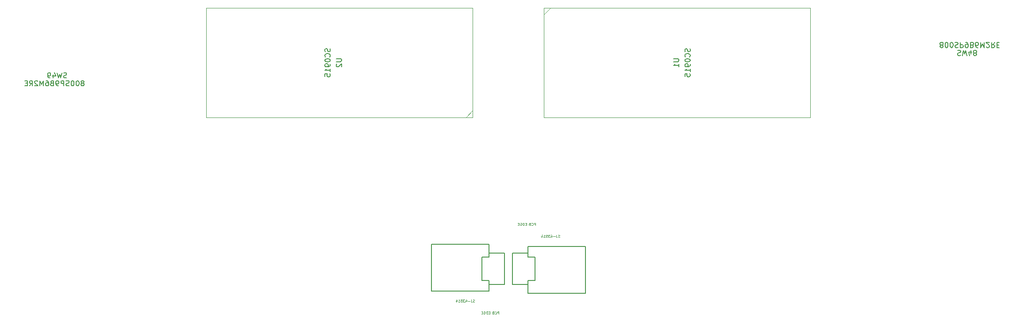
<source format=gbr>
%TF.GenerationSoftware,KiCad,Pcbnew,7.0.0-da2b9df05c~163~ubuntu22.04.1*%
%TF.CreationDate,2023-02-19T13:11:16+01:00*%
%TF.ProjectId,europe-ergo-smd,6575726f-7065-42d6-9572-676f2d736d64,rev?*%
%TF.SameCoordinates,Original*%
%TF.FileFunction,AssemblyDrawing,Bot*%
%FSLAX46Y46*%
G04 Gerber Fmt 4.6, Leading zero omitted, Abs format (unit mm)*
G04 Created by KiCad (PCBNEW 7.0.0-da2b9df05c~163~ubuntu22.04.1) date 2023-02-19 13:11:16*
%MOMM*%
%LPD*%
G01*
G04 APERTURE LIST*
%ADD10C,0.150000*%
%ADD11C,0.120211*%
%ADD12C,0.120069*%
%ADD13C,0.127000*%
%ADD14C,0.120000*%
G04 APERTURE END LIST*
D10*
%TO.C,SW48*%
X395089809Y-49394047D02*
X394994571Y-49441666D01*
X394994571Y-49441666D02*
X394946952Y-49489285D01*
X394946952Y-49489285D02*
X394899333Y-49584523D01*
X394899333Y-49584523D02*
X394899333Y-49632142D01*
X394899333Y-49632142D02*
X394946952Y-49727380D01*
X394946952Y-49727380D02*
X394994571Y-49775000D01*
X394994571Y-49775000D02*
X395089809Y-49822619D01*
X395089809Y-49822619D02*
X395280285Y-49822619D01*
X395280285Y-49822619D02*
X395375523Y-49775000D01*
X395375523Y-49775000D02*
X395423142Y-49727380D01*
X395423142Y-49727380D02*
X395470761Y-49632142D01*
X395470761Y-49632142D02*
X395470761Y-49584523D01*
X395470761Y-49584523D02*
X395423142Y-49489285D01*
X395423142Y-49489285D02*
X395375523Y-49441666D01*
X395375523Y-49441666D02*
X395280285Y-49394047D01*
X395280285Y-49394047D02*
X395089809Y-49394047D01*
X395089809Y-49394047D02*
X394994571Y-49346428D01*
X394994571Y-49346428D02*
X394946952Y-49298809D01*
X394946952Y-49298809D02*
X394899333Y-49203571D01*
X394899333Y-49203571D02*
X394899333Y-49013095D01*
X394899333Y-49013095D02*
X394946952Y-48917857D01*
X394946952Y-48917857D02*
X394994571Y-48870238D01*
X394994571Y-48870238D02*
X395089809Y-48822619D01*
X395089809Y-48822619D02*
X395280285Y-48822619D01*
X395280285Y-48822619D02*
X395375523Y-48870238D01*
X395375523Y-48870238D02*
X395423142Y-48917857D01*
X395423142Y-48917857D02*
X395470761Y-49013095D01*
X395470761Y-49013095D02*
X395470761Y-49203571D01*
X395470761Y-49203571D02*
X395423142Y-49298809D01*
X395423142Y-49298809D02*
X395375523Y-49346428D01*
X395375523Y-49346428D02*
X395280285Y-49394047D01*
X396089809Y-49822619D02*
X396185047Y-49822619D01*
X396185047Y-49822619D02*
X396280285Y-49775000D01*
X396280285Y-49775000D02*
X396327904Y-49727380D01*
X396327904Y-49727380D02*
X396375523Y-49632142D01*
X396375523Y-49632142D02*
X396423142Y-49441666D01*
X396423142Y-49441666D02*
X396423142Y-49203571D01*
X396423142Y-49203571D02*
X396375523Y-49013095D01*
X396375523Y-49013095D02*
X396327904Y-48917857D01*
X396327904Y-48917857D02*
X396280285Y-48870238D01*
X396280285Y-48870238D02*
X396185047Y-48822619D01*
X396185047Y-48822619D02*
X396089809Y-48822619D01*
X396089809Y-48822619D02*
X395994571Y-48870238D01*
X395994571Y-48870238D02*
X395946952Y-48917857D01*
X395946952Y-48917857D02*
X395899333Y-49013095D01*
X395899333Y-49013095D02*
X395851714Y-49203571D01*
X395851714Y-49203571D02*
X395851714Y-49441666D01*
X395851714Y-49441666D02*
X395899333Y-49632142D01*
X395899333Y-49632142D02*
X395946952Y-49727380D01*
X395946952Y-49727380D02*
X395994571Y-49775000D01*
X395994571Y-49775000D02*
X396089809Y-49822619D01*
X397042190Y-49822619D02*
X397137428Y-49822619D01*
X397137428Y-49822619D02*
X397232666Y-49775000D01*
X397232666Y-49775000D02*
X397280285Y-49727380D01*
X397280285Y-49727380D02*
X397327904Y-49632142D01*
X397327904Y-49632142D02*
X397375523Y-49441666D01*
X397375523Y-49441666D02*
X397375523Y-49203571D01*
X397375523Y-49203571D02*
X397327904Y-49013095D01*
X397327904Y-49013095D02*
X397280285Y-48917857D01*
X397280285Y-48917857D02*
X397232666Y-48870238D01*
X397232666Y-48870238D02*
X397137428Y-48822619D01*
X397137428Y-48822619D02*
X397042190Y-48822619D01*
X397042190Y-48822619D02*
X396946952Y-48870238D01*
X396946952Y-48870238D02*
X396899333Y-48917857D01*
X396899333Y-48917857D02*
X396851714Y-49013095D01*
X396851714Y-49013095D02*
X396804095Y-49203571D01*
X396804095Y-49203571D02*
X396804095Y-49441666D01*
X396804095Y-49441666D02*
X396851714Y-49632142D01*
X396851714Y-49632142D02*
X396899333Y-49727380D01*
X396899333Y-49727380D02*
X396946952Y-49775000D01*
X396946952Y-49775000D02*
X397042190Y-49822619D01*
X397756476Y-48870238D02*
X397899333Y-48822619D01*
X397899333Y-48822619D02*
X398137428Y-48822619D01*
X398137428Y-48822619D02*
X398232666Y-48870238D01*
X398232666Y-48870238D02*
X398280285Y-48917857D01*
X398280285Y-48917857D02*
X398327904Y-49013095D01*
X398327904Y-49013095D02*
X398327904Y-49108333D01*
X398327904Y-49108333D02*
X398280285Y-49203571D01*
X398280285Y-49203571D02*
X398232666Y-49251190D01*
X398232666Y-49251190D02*
X398137428Y-49298809D01*
X398137428Y-49298809D02*
X397946952Y-49346428D01*
X397946952Y-49346428D02*
X397851714Y-49394047D01*
X397851714Y-49394047D02*
X397804095Y-49441666D01*
X397804095Y-49441666D02*
X397756476Y-49536904D01*
X397756476Y-49536904D02*
X397756476Y-49632142D01*
X397756476Y-49632142D02*
X397804095Y-49727380D01*
X397804095Y-49727380D02*
X397851714Y-49775000D01*
X397851714Y-49775000D02*
X397946952Y-49822619D01*
X397946952Y-49822619D02*
X398185047Y-49822619D01*
X398185047Y-49822619D02*
X398327904Y-49775000D01*
X398756476Y-48822619D02*
X398756476Y-49822619D01*
X398756476Y-49822619D02*
X399137428Y-49822619D01*
X399137428Y-49822619D02*
X399232666Y-49775000D01*
X399232666Y-49775000D02*
X399280285Y-49727380D01*
X399280285Y-49727380D02*
X399327904Y-49632142D01*
X399327904Y-49632142D02*
X399327904Y-49489285D01*
X399327904Y-49489285D02*
X399280285Y-49394047D01*
X399280285Y-49394047D02*
X399232666Y-49346428D01*
X399232666Y-49346428D02*
X399137428Y-49298809D01*
X399137428Y-49298809D02*
X398756476Y-49298809D01*
X399804095Y-48822619D02*
X399994571Y-48822619D01*
X399994571Y-48822619D02*
X400089809Y-48870238D01*
X400089809Y-48870238D02*
X400137428Y-48917857D01*
X400137428Y-48917857D02*
X400232666Y-49060714D01*
X400232666Y-49060714D02*
X400280285Y-49251190D01*
X400280285Y-49251190D02*
X400280285Y-49632142D01*
X400280285Y-49632142D02*
X400232666Y-49727380D01*
X400232666Y-49727380D02*
X400185047Y-49775000D01*
X400185047Y-49775000D02*
X400089809Y-49822619D01*
X400089809Y-49822619D02*
X399899333Y-49822619D01*
X399899333Y-49822619D02*
X399804095Y-49775000D01*
X399804095Y-49775000D02*
X399756476Y-49727380D01*
X399756476Y-49727380D02*
X399708857Y-49632142D01*
X399708857Y-49632142D02*
X399708857Y-49394047D01*
X399708857Y-49394047D02*
X399756476Y-49298809D01*
X399756476Y-49298809D02*
X399804095Y-49251190D01*
X399804095Y-49251190D02*
X399899333Y-49203571D01*
X399899333Y-49203571D02*
X400089809Y-49203571D01*
X400089809Y-49203571D02*
X400185047Y-49251190D01*
X400185047Y-49251190D02*
X400232666Y-49298809D01*
X400232666Y-49298809D02*
X400280285Y-49394047D01*
X401042190Y-49346428D02*
X401185047Y-49298809D01*
X401185047Y-49298809D02*
X401232666Y-49251190D01*
X401232666Y-49251190D02*
X401280285Y-49155952D01*
X401280285Y-49155952D02*
X401280285Y-49013095D01*
X401280285Y-49013095D02*
X401232666Y-48917857D01*
X401232666Y-48917857D02*
X401185047Y-48870238D01*
X401185047Y-48870238D02*
X401089809Y-48822619D01*
X401089809Y-48822619D02*
X400708857Y-48822619D01*
X400708857Y-48822619D02*
X400708857Y-49822619D01*
X400708857Y-49822619D02*
X401042190Y-49822619D01*
X401042190Y-49822619D02*
X401137428Y-49775000D01*
X401137428Y-49775000D02*
X401185047Y-49727380D01*
X401185047Y-49727380D02*
X401232666Y-49632142D01*
X401232666Y-49632142D02*
X401232666Y-49536904D01*
X401232666Y-49536904D02*
X401185047Y-49441666D01*
X401185047Y-49441666D02*
X401137428Y-49394047D01*
X401137428Y-49394047D02*
X401042190Y-49346428D01*
X401042190Y-49346428D02*
X400708857Y-49346428D01*
X402137428Y-49822619D02*
X401946952Y-49822619D01*
X401946952Y-49822619D02*
X401851714Y-49775000D01*
X401851714Y-49775000D02*
X401804095Y-49727380D01*
X401804095Y-49727380D02*
X401708857Y-49584523D01*
X401708857Y-49584523D02*
X401661238Y-49394047D01*
X401661238Y-49394047D02*
X401661238Y-49013095D01*
X401661238Y-49013095D02*
X401708857Y-48917857D01*
X401708857Y-48917857D02*
X401756476Y-48870238D01*
X401756476Y-48870238D02*
X401851714Y-48822619D01*
X401851714Y-48822619D02*
X402042190Y-48822619D01*
X402042190Y-48822619D02*
X402137428Y-48870238D01*
X402137428Y-48870238D02*
X402185047Y-48917857D01*
X402185047Y-48917857D02*
X402232666Y-49013095D01*
X402232666Y-49013095D02*
X402232666Y-49251190D01*
X402232666Y-49251190D02*
X402185047Y-49346428D01*
X402185047Y-49346428D02*
X402137428Y-49394047D01*
X402137428Y-49394047D02*
X402042190Y-49441666D01*
X402042190Y-49441666D02*
X401851714Y-49441666D01*
X401851714Y-49441666D02*
X401756476Y-49394047D01*
X401756476Y-49394047D02*
X401708857Y-49346428D01*
X401708857Y-49346428D02*
X401661238Y-49251190D01*
X402661238Y-48822619D02*
X402661238Y-49822619D01*
X402661238Y-49822619D02*
X402994571Y-49108333D01*
X402994571Y-49108333D02*
X403327904Y-49822619D01*
X403327904Y-49822619D02*
X403327904Y-48822619D01*
X403756476Y-49727380D02*
X403804095Y-49775000D01*
X403804095Y-49775000D02*
X403899333Y-49822619D01*
X403899333Y-49822619D02*
X404137428Y-49822619D01*
X404137428Y-49822619D02*
X404232666Y-49775000D01*
X404232666Y-49775000D02*
X404280285Y-49727380D01*
X404280285Y-49727380D02*
X404327904Y-49632142D01*
X404327904Y-49632142D02*
X404327904Y-49536904D01*
X404327904Y-49536904D02*
X404280285Y-49394047D01*
X404280285Y-49394047D02*
X403708857Y-48822619D01*
X403708857Y-48822619D02*
X404327904Y-48822619D01*
X405327904Y-48822619D02*
X404994571Y-49298809D01*
X404756476Y-48822619D02*
X404756476Y-49822619D01*
X404756476Y-49822619D02*
X405137428Y-49822619D01*
X405137428Y-49822619D02*
X405232666Y-49775000D01*
X405232666Y-49775000D02*
X405280285Y-49727380D01*
X405280285Y-49727380D02*
X405327904Y-49632142D01*
X405327904Y-49632142D02*
X405327904Y-49489285D01*
X405327904Y-49489285D02*
X405280285Y-49394047D01*
X405280285Y-49394047D02*
X405232666Y-49346428D01*
X405232666Y-49346428D02*
X405137428Y-49298809D01*
X405137428Y-49298809D02*
X404756476Y-49298809D01*
X405756476Y-49346428D02*
X406089809Y-49346428D01*
X406232666Y-48822619D02*
X405756476Y-48822619D01*
X405756476Y-48822619D02*
X405756476Y-49822619D01*
X405756476Y-49822619D02*
X406232666Y-49822619D01*
X398248476Y-50394238D02*
X398391333Y-50346619D01*
X398391333Y-50346619D02*
X398629428Y-50346619D01*
X398629428Y-50346619D02*
X398724666Y-50394238D01*
X398724666Y-50394238D02*
X398772285Y-50441857D01*
X398772285Y-50441857D02*
X398819904Y-50537095D01*
X398819904Y-50537095D02*
X398819904Y-50632333D01*
X398819904Y-50632333D02*
X398772285Y-50727571D01*
X398772285Y-50727571D02*
X398724666Y-50775190D01*
X398724666Y-50775190D02*
X398629428Y-50822809D01*
X398629428Y-50822809D02*
X398438952Y-50870428D01*
X398438952Y-50870428D02*
X398343714Y-50918047D01*
X398343714Y-50918047D02*
X398296095Y-50965666D01*
X398296095Y-50965666D02*
X398248476Y-51060904D01*
X398248476Y-51060904D02*
X398248476Y-51156142D01*
X398248476Y-51156142D02*
X398296095Y-51251380D01*
X398296095Y-51251380D02*
X398343714Y-51299000D01*
X398343714Y-51299000D02*
X398438952Y-51346619D01*
X398438952Y-51346619D02*
X398677047Y-51346619D01*
X398677047Y-51346619D02*
X398819904Y-51299000D01*
X399153238Y-51346619D02*
X399391333Y-50346619D01*
X399391333Y-50346619D02*
X399581809Y-51060904D01*
X399581809Y-51060904D02*
X399772285Y-50346619D01*
X399772285Y-50346619D02*
X400010381Y-51346619D01*
X400819904Y-51013285D02*
X400819904Y-50346619D01*
X400581809Y-51394238D02*
X400343714Y-50679952D01*
X400343714Y-50679952D02*
X400962761Y-50679952D01*
X401486571Y-50918047D02*
X401391333Y-50965666D01*
X401391333Y-50965666D02*
X401343714Y-51013285D01*
X401343714Y-51013285D02*
X401296095Y-51108523D01*
X401296095Y-51108523D02*
X401296095Y-51156142D01*
X401296095Y-51156142D02*
X401343714Y-51251380D01*
X401343714Y-51251380D02*
X401391333Y-51299000D01*
X401391333Y-51299000D02*
X401486571Y-51346619D01*
X401486571Y-51346619D02*
X401677047Y-51346619D01*
X401677047Y-51346619D02*
X401772285Y-51299000D01*
X401772285Y-51299000D02*
X401819904Y-51251380D01*
X401819904Y-51251380D02*
X401867523Y-51156142D01*
X401867523Y-51156142D02*
X401867523Y-51108523D01*
X401867523Y-51108523D02*
X401819904Y-51013285D01*
X401819904Y-51013285D02*
X401772285Y-50965666D01*
X401772285Y-50965666D02*
X401677047Y-50918047D01*
X401677047Y-50918047D02*
X401486571Y-50918047D01*
X401486571Y-50918047D02*
X401391333Y-50870428D01*
X401391333Y-50870428D02*
X401343714Y-50822809D01*
X401343714Y-50822809D02*
X401296095Y-50727571D01*
X401296095Y-50727571D02*
X401296095Y-50537095D01*
X401296095Y-50537095D02*
X401343714Y-50441857D01*
X401343714Y-50441857D02*
X401391333Y-50394238D01*
X401391333Y-50394238D02*
X401486571Y-50346619D01*
X401486571Y-50346619D02*
X401677047Y-50346619D01*
X401677047Y-50346619D02*
X401772285Y-50394238D01*
X401772285Y-50394238D02*
X401819904Y-50441857D01*
X401819904Y-50441857D02*
X401867523Y-50537095D01*
X401867523Y-50537095D02*
X401867523Y-50727571D01*
X401867523Y-50727571D02*
X401819904Y-50822809D01*
X401819904Y-50822809D02*
X401772285Y-50870428D01*
X401772285Y-50870428D02*
X401677047Y-50918047D01*
D11*
%TO.C,J1*%
X322099524Y-86197662D02*
X322030832Y-86220559D01*
X322030832Y-86220559D02*
X321916346Y-86220559D01*
X321916346Y-86220559D02*
X321870551Y-86197662D01*
X321870551Y-86197662D02*
X321847654Y-86174765D01*
X321847654Y-86174765D02*
X321824756Y-86128970D01*
X321824756Y-86128970D02*
X321824756Y-86083175D01*
X321824756Y-86083175D02*
X321847654Y-86037381D01*
X321847654Y-86037381D02*
X321870551Y-86014483D01*
X321870551Y-86014483D02*
X321916346Y-85991586D01*
X321916346Y-85991586D02*
X322007935Y-85968689D01*
X322007935Y-85968689D02*
X322053730Y-85945791D01*
X322053730Y-85945791D02*
X322076627Y-85922894D01*
X322076627Y-85922894D02*
X322099524Y-85877099D01*
X322099524Y-85877099D02*
X322099524Y-85831305D01*
X322099524Y-85831305D02*
X322076627Y-85785510D01*
X322076627Y-85785510D02*
X322053730Y-85762613D01*
X322053730Y-85762613D02*
X322007935Y-85739715D01*
X322007935Y-85739715D02*
X321893448Y-85739715D01*
X321893448Y-85739715D02*
X321824756Y-85762613D01*
X321481296Y-85739715D02*
X321481296Y-86083175D01*
X321481296Y-86083175D02*
X321504193Y-86151867D01*
X321504193Y-86151867D02*
X321549988Y-86197662D01*
X321549988Y-86197662D02*
X321618680Y-86220559D01*
X321618680Y-86220559D02*
X321664475Y-86220559D01*
X321252323Y-86037381D02*
X320885966Y-86037381D01*
X320450916Y-85899997D02*
X320450916Y-86220559D01*
X320565403Y-85716818D02*
X320679889Y-86060278D01*
X320679889Y-86060278D02*
X320382224Y-86060278D01*
X320244840Y-85739715D02*
X319947174Y-85739715D01*
X319947174Y-85739715D02*
X320107456Y-85922894D01*
X320107456Y-85922894D02*
X320038764Y-85922894D01*
X320038764Y-85922894D02*
X319992969Y-85945791D01*
X319992969Y-85945791D02*
X319970072Y-85968689D01*
X319970072Y-85968689D02*
X319947174Y-86014483D01*
X319947174Y-86014483D02*
X319947174Y-86128970D01*
X319947174Y-86128970D02*
X319970072Y-86174765D01*
X319970072Y-86174765D02*
X319992969Y-86197662D01*
X319992969Y-86197662D02*
X320038764Y-86220559D01*
X320038764Y-86220559D02*
X320176148Y-86220559D01*
X320176148Y-86220559D02*
X320221942Y-86197662D01*
X320221942Y-86197662D02*
X320244840Y-86174765D01*
X319512125Y-85739715D02*
X319741098Y-85739715D01*
X319741098Y-85739715D02*
X319763995Y-85968689D01*
X319763995Y-85968689D02*
X319741098Y-85945791D01*
X319741098Y-85945791D02*
X319695303Y-85922894D01*
X319695303Y-85922894D02*
X319580817Y-85922894D01*
X319580817Y-85922894D02*
X319535022Y-85945791D01*
X319535022Y-85945791D02*
X319512125Y-85968689D01*
X319512125Y-85968689D02*
X319489227Y-86014483D01*
X319489227Y-86014483D02*
X319489227Y-86128970D01*
X319489227Y-86128970D02*
X319512125Y-86174765D01*
X319512125Y-86174765D02*
X319535022Y-86197662D01*
X319535022Y-86197662D02*
X319580817Y-86220559D01*
X319580817Y-86220559D02*
X319695303Y-86220559D01*
X319695303Y-86220559D02*
X319741098Y-86197662D01*
X319741098Y-86197662D02*
X319763995Y-86174765D01*
X319031280Y-86220559D02*
X319306048Y-86220559D01*
X319168664Y-86220559D02*
X319168664Y-85739715D01*
X319168664Y-85739715D02*
X319214459Y-85808407D01*
X319214459Y-85808407D02*
X319260254Y-85854202D01*
X319260254Y-85854202D02*
X319306048Y-85877099D01*
X318619128Y-85899997D02*
X318619128Y-86220559D01*
X318733615Y-85716818D02*
X318848101Y-86060278D01*
X318848101Y-86060278D02*
X318550436Y-86060278D01*
D12*
X317486639Y-83921544D02*
X317486639Y-83441267D01*
X317486639Y-83441267D02*
X317303676Y-83441267D01*
X317303676Y-83441267D02*
X317257936Y-83464138D01*
X317257936Y-83464138D02*
X317235065Y-83487008D01*
X317235065Y-83487008D02*
X317212195Y-83532749D01*
X317212195Y-83532749D02*
X317212195Y-83601360D01*
X317212195Y-83601360D02*
X317235065Y-83647100D01*
X317235065Y-83647100D02*
X317257936Y-83669971D01*
X317257936Y-83669971D02*
X317303676Y-83692841D01*
X317303676Y-83692841D02*
X317486639Y-83692841D01*
X316731918Y-83875804D02*
X316754788Y-83898674D01*
X316754788Y-83898674D02*
X316823399Y-83921544D01*
X316823399Y-83921544D02*
X316869140Y-83921544D01*
X316869140Y-83921544D02*
X316937751Y-83898674D01*
X316937751Y-83898674D02*
X316983492Y-83852933D01*
X316983492Y-83852933D02*
X317006362Y-83807193D01*
X317006362Y-83807193D02*
X317029232Y-83715711D01*
X317029232Y-83715711D02*
X317029232Y-83647100D01*
X317029232Y-83647100D02*
X317006362Y-83555619D01*
X317006362Y-83555619D02*
X316983492Y-83509878D01*
X316983492Y-83509878D02*
X316937751Y-83464138D01*
X316937751Y-83464138D02*
X316869140Y-83441267D01*
X316869140Y-83441267D02*
X316823399Y-83441267D01*
X316823399Y-83441267D02*
X316754788Y-83464138D01*
X316754788Y-83464138D02*
X316731918Y-83487008D01*
X316365993Y-83669971D02*
X316297382Y-83692841D01*
X316297382Y-83692841D02*
X316274511Y-83715711D01*
X316274511Y-83715711D02*
X316251641Y-83761452D01*
X316251641Y-83761452D02*
X316251641Y-83830063D01*
X316251641Y-83830063D02*
X316274511Y-83875804D01*
X316274511Y-83875804D02*
X316297382Y-83898674D01*
X316297382Y-83898674D02*
X316343122Y-83921544D01*
X316343122Y-83921544D02*
X316526085Y-83921544D01*
X316526085Y-83921544D02*
X316526085Y-83441267D01*
X316526085Y-83441267D02*
X316365993Y-83441267D01*
X316365993Y-83441267D02*
X316320252Y-83464138D01*
X316320252Y-83464138D02*
X316297382Y-83487008D01*
X316297382Y-83487008D02*
X316274511Y-83532749D01*
X316274511Y-83532749D02*
X316274511Y-83578489D01*
X316274511Y-83578489D02*
X316297382Y-83624230D01*
X316297382Y-83624230D02*
X316320252Y-83647100D01*
X316320252Y-83647100D02*
X316365993Y-83669971D01*
X316365993Y-83669971D02*
X316526085Y-83669971D01*
X315757642Y-83669971D02*
X315597550Y-83669971D01*
X315528939Y-83921544D02*
X315757642Y-83921544D01*
X315757642Y-83921544D02*
X315757642Y-83441267D01*
X315757642Y-83441267D02*
X315528939Y-83441267D01*
X315323106Y-83921544D02*
X315323106Y-83441267D01*
X315323106Y-83441267D02*
X315208754Y-83441267D01*
X315208754Y-83441267D02*
X315140143Y-83464138D01*
X315140143Y-83464138D02*
X315094403Y-83509878D01*
X315094403Y-83509878D02*
X315071532Y-83555619D01*
X315071532Y-83555619D02*
X315048662Y-83647100D01*
X315048662Y-83647100D02*
X315048662Y-83715711D01*
X315048662Y-83715711D02*
X315071532Y-83807193D01*
X315071532Y-83807193D02*
X315094403Y-83852933D01*
X315094403Y-83852933D02*
X315140143Y-83898674D01*
X315140143Y-83898674D02*
X315208754Y-83921544D01*
X315208754Y-83921544D02*
X315323106Y-83921544D01*
X314591255Y-83464138D02*
X314636996Y-83441267D01*
X314636996Y-83441267D02*
X314705607Y-83441267D01*
X314705607Y-83441267D02*
X314774218Y-83464138D01*
X314774218Y-83464138D02*
X314819959Y-83509878D01*
X314819959Y-83509878D02*
X314842829Y-83555619D01*
X314842829Y-83555619D02*
X314865699Y-83647100D01*
X314865699Y-83647100D02*
X314865699Y-83715711D01*
X314865699Y-83715711D02*
X314842829Y-83807193D01*
X314842829Y-83807193D02*
X314819959Y-83852933D01*
X314819959Y-83852933D02*
X314774218Y-83898674D01*
X314774218Y-83898674D02*
X314705607Y-83921544D01*
X314705607Y-83921544D02*
X314659866Y-83921544D01*
X314659866Y-83921544D02*
X314591255Y-83898674D01*
X314591255Y-83898674D02*
X314568385Y-83875804D01*
X314568385Y-83875804D02*
X314568385Y-83715711D01*
X314568385Y-83715711D02*
X314659866Y-83715711D01*
X314362552Y-83669971D02*
X314202460Y-83669971D01*
X314133849Y-83921544D02*
X314362552Y-83921544D01*
X314362552Y-83921544D02*
X314362552Y-83441267D01*
X314362552Y-83441267D02*
X314133849Y-83441267D01*
D10*
%TO.C,U2*%
X278160761Y-50034524D02*
X278208380Y-50177381D01*
X278208380Y-50177381D02*
X278208380Y-50415476D01*
X278208380Y-50415476D02*
X278160761Y-50510714D01*
X278160761Y-50510714D02*
X278113142Y-50558333D01*
X278113142Y-50558333D02*
X278017904Y-50605952D01*
X278017904Y-50605952D02*
X277922666Y-50605952D01*
X277922666Y-50605952D02*
X277827428Y-50558333D01*
X277827428Y-50558333D02*
X277779809Y-50510714D01*
X277779809Y-50510714D02*
X277732190Y-50415476D01*
X277732190Y-50415476D02*
X277684571Y-50225000D01*
X277684571Y-50225000D02*
X277636952Y-50129762D01*
X277636952Y-50129762D02*
X277589333Y-50082143D01*
X277589333Y-50082143D02*
X277494095Y-50034524D01*
X277494095Y-50034524D02*
X277398857Y-50034524D01*
X277398857Y-50034524D02*
X277303619Y-50082143D01*
X277303619Y-50082143D02*
X277256000Y-50129762D01*
X277256000Y-50129762D02*
X277208380Y-50225000D01*
X277208380Y-50225000D02*
X277208380Y-50463095D01*
X277208380Y-50463095D02*
X277256000Y-50605952D01*
X278113142Y-51605952D02*
X278160761Y-51558333D01*
X278160761Y-51558333D02*
X278208380Y-51415476D01*
X278208380Y-51415476D02*
X278208380Y-51320238D01*
X278208380Y-51320238D02*
X278160761Y-51177381D01*
X278160761Y-51177381D02*
X278065523Y-51082143D01*
X278065523Y-51082143D02*
X277970285Y-51034524D01*
X277970285Y-51034524D02*
X277779809Y-50986905D01*
X277779809Y-50986905D02*
X277636952Y-50986905D01*
X277636952Y-50986905D02*
X277446476Y-51034524D01*
X277446476Y-51034524D02*
X277351238Y-51082143D01*
X277351238Y-51082143D02*
X277256000Y-51177381D01*
X277256000Y-51177381D02*
X277208380Y-51320238D01*
X277208380Y-51320238D02*
X277208380Y-51415476D01*
X277208380Y-51415476D02*
X277256000Y-51558333D01*
X277256000Y-51558333D02*
X277303619Y-51605952D01*
X277208380Y-52225000D02*
X277208380Y-52320238D01*
X277208380Y-52320238D02*
X277256000Y-52415476D01*
X277256000Y-52415476D02*
X277303619Y-52463095D01*
X277303619Y-52463095D02*
X277398857Y-52510714D01*
X277398857Y-52510714D02*
X277589333Y-52558333D01*
X277589333Y-52558333D02*
X277827428Y-52558333D01*
X277827428Y-52558333D02*
X278017904Y-52510714D01*
X278017904Y-52510714D02*
X278113142Y-52463095D01*
X278113142Y-52463095D02*
X278160761Y-52415476D01*
X278160761Y-52415476D02*
X278208380Y-52320238D01*
X278208380Y-52320238D02*
X278208380Y-52225000D01*
X278208380Y-52225000D02*
X278160761Y-52129762D01*
X278160761Y-52129762D02*
X278113142Y-52082143D01*
X278113142Y-52082143D02*
X278017904Y-52034524D01*
X278017904Y-52034524D02*
X277827428Y-51986905D01*
X277827428Y-51986905D02*
X277589333Y-51986905D01*
X277589333Y-51986905D02*
X277398857Y-52034524D01*
X277398857Y-52034524D02*
X277303619Y-52082143D01*
X277303619Y-52082143D02*
X277256000Y-52129762D01*
X277256000Y-52129762D02*
X277208380Y-52225000D01*
X278208380Y-53034524D02*
X278208380Y-53225000D01*
X278208380Y-53225000D02*
X278160761Y-53320238D01*
X278160761Y-53320238D02*
X278113142Y-53367857D01*
X278113142Y-53367857D02*
X277970285Y-53463095D01*
X277970285Y-53463095D02*
X277779809Y-53510714D01*
X277779809Y-53510714D02*
X277398857Y-53510714D01*
X277398857Y-53510714D02*
X277303619Y-53463095D01*
X277303619Y-53463095D02*
X277256000Y-53415476D01*
X277256000Y-53415476D02*
X277208380Y-53320238D01*
X277208380Y-53320238D02*
X277208380Y-53129762D01*
X277208380Y-53129762D02*
X277256000Y-53034524D01*
X277256000Y-53034524D02*
X277303619Y-52986905D01*
X277303619Y-52986905D02*
X277398857Y-52939286D01*
X277398857Y-52939286D02*
X277636952Y-52939286D01*
X277636952Y-52939286D02*
X277732190Y-52986905D01*
X277732190Y-52986905D02*
X277779809Y-53034524D01*
X277779809Y-53034524D02*
X277827428Y-53129762D01*
X277827428Y-53129762D02*
X277827428Y-53320238D01*
X277827428Y-53320238D02*
X277779809Y-53415476D01*
X277779809Y-53415476D02*
X277732190Y-53463095D01*
X277732190Y-53463095D02*
X277636952Y-53510714D01*
X278208380Y-54463095D02*
X278208380Y-53891667D01*
X278208380Y-54177381D02*
X277208380Y-54177381D01*
X277208380Y-54177381D02*
X277351238Y-54082143D01*
X277351238Y-54082143D02*
X277446476Y-53986905D01*
X277446476Y-53986905D02*
X277494095Y-53891667D01*
X277208380Y-55367857D02*
X277208380Y-54891667D01*
X277208380Y-54891667D02*
X277684571Y-54844048D01*
X277684571Y-54844048D02*
X277636952Y-54891667D01*
X277636952Y-54891667D02*
X277589333Y-54986905D01*
X277589333Y-54986905D02*
X277589333Y-55225000D01*
X277589333Y-55225000D02*
X277636952Y-55320238D01*
X277636952Y-55320238D02*
X277684571Y-55367857D01*
X277684571Y-55367857D02*
X277779809Y-55415476D01*
X277779809Y-55415476D02*
X278017904Y-55415476D01*
X278017904Y-55415476D02*
X278113142Y-55367857D01*
X278113142Y-55367857D02*
X278160761Y-55320238D01*
X278160761Y-55320238D02*
X278208380Y-55225000D01*
X278208380Y-55225000D02*
X278208380Y-54986905D01*
X278208380Y-54986905D02*
X278160761Y-54891667D01*
X278160761Y-54891667D02*
X278113142Y-54844048D01*
X279367380Y-51963095D02*
X280176904Y-51963095D01*
X280176904Y-51963095D02*
X280272142Y-52010714D01*
X280272142Y-52010714D02*
X280319761Y-52058333D01*
X280319761Y-52058333D02*
X280367380Y-52153571D01*
X280367380Y-52153571D02*
X280367380Y-52344047D01*
X280367380Y-52344047D02*
X280319761Y-52439285D01*
X280319761Y-52439285D02*
X280272142Y-52486904D01*
X280272142Y-52486904D02*
X280176904Y-52534523D01*
X280176904Y-52534523D02*
X279367380Y-52534523D01*
X279462619Y-52963095D02*
X279415000Y-53010714D01*
X279415000Y-53010714D02*
X279367380Y-53105952D01*
X279367380Y-53105952D02*
X279367380Y-53344047D01*
X279367380Y-53344047D02*
X279415000Y-53439285D01*
X279415000Y-53439285D02*
X279462619Y-53486904D01*
X279462619Y-53486904D02*
X279557857Y-53534523D01*
X279557857Y-53534523D02*
X279653095Y-53534523D01*
X279653095Y-53534523D02*
X279795952Y-53486904D01*
X279795952Y-53486904D02*
X280367380Y-52915476D01*
X280367380Y-52915476D02*
X280367380Y-53534523D01*
%TO.C,U1*%
X347028761Y-50034524D02*
X347076380Y-50177381D01*
X347076380Y-50177381D02*
X347076380Y-50415476D01*
X347076380Y-50415476D02*
X347028761Y-50510714D01*
X347028761Y-50510714D02*
X346981142Y-50558333D01*
X346981142Y-50558333D02*
X346885904Y-50605952D01*
X346885904Y-50605952D02*
X346790666Y-50605952D01*
X346790666Y-50605952D02*
X346695428Y-50558333D01*
X346695428Y-50558333D02*
X346647809Y-50510714D01*
X346647809Y-50510714D02*
X346600190Y-50415476D01*
X346600190Y-50415476D02*
X346552571Y-50225000D01*
X346552571Y-50225000D02*
X346504952Y-50129762D01*
X346504952Y-50129762D02*
X346457333Y-50082143D01*
X346457333Y-50082143D02*
X346362095Y-50034524D01*
X346362095Y-50034524D02*
X346266857Y-50034524D01*
X346266857Y-50034524D02*
X346171619Y-50082143D01*
X346171619Y-50082143D02*
X346124000Y-50129762D01*
X346124000Y-50129762D02*
X346076380Y-50225000D01*
X346076380Y-50225000D02*
X346076380Y-50463095D01*
X346076380Y-50463095D02*
X346124000Y-50605952D01*
X346981142Y-51605952D02*
X347028761Y-51558333D01*
X347028761Y-51558333D02*
X347076380Y-51415476D01*
X347076380Y-51415476D02*
X347076380Y-51320238D01*
X347076380Y-51320238D02*
X347028761Y-51177381D01*
X347028761Y-51177381D02*
X346933523Y-51082143D01*
X346933523Y-51082143D02*
X346838285Y-51034524D01*
X346838285Y-51034524D02*
X346647809Y-50986905D01*
X346647809Y-50986905D02*
X346504952Y-50986905D01*
X346504952Y-50986905D02*
X346314476Y-51034524D01*
X346314476Y-51034524D02*
X346219238Y-51082143D01*
X346219238Y-51082143D02*
X346124000Y-51177381D01*
X346124000Y-51177381D02*
X346076380Y-51320238D01*
X346076380Y-51320238D02*
X346076380Y-51415476D01*
X346076380Y-51415476D02*
X346124000Y-51558333D01*
X346124000Y-51558333D02*
X346171619Y-51605952D01*
X346076380Y-52225000D02*
X346076380Y-52320238D01*
X346076380Y-52320238D02*
X346124000Y-52415476D01*
X346124000Y-52415476D02*
X346171619Y-52463095D01*
X346171619Y-52463095D02*
X346266857Y-52510714D01*
X346266857Y-52510714D02*
X346457333Y-52558333D01*
X346457333Y-52558333D02*
X346695428Y-52558333D01*
X346695428Y-52558333D02*
X346885904Y-52510714D01*
X346885904Y-52510714D02*
X346981142Y-52463095D01*
X346981142Y-52463095D02*
X347028761Y-52415476D01*
X347028761Y-52415476D02*
X347076380Y-52320238D01*
X347076380Y-52320238D02*
X347076380Y-52225000D01*
X347076380Y-52225000D02*
X347028761Y-52129762D01*
X347028761Y-52129762D02*
X346981142Y-52082143D01*
X346981142Y-52082143D02*
X346885904Y-52034524D01*
X346885904Y-52034524D02*
X346695428Y-51986905D01*
X346695428Y-51986905D02*
X346457333Y-51986905D01*
X346457333Y-51986905D02*
X346266857Y-52034524D01*
X346266857Y-52034524D02*
X346171619Y-52082143D01*
X346171619Y-52082143D02*
X346124000Y-52129762D01*
X346124000Y-52129762D02*
X346076380Y-52225000D01*
X347076380Y-53034524D02*
X347076380Y-53225000D01*
X347076380Y-53225000D02*
X347028761Y-53320238D01*
X347028761Y-53320238D02*
X346981142Y-53367857D01*
X346981142Y-53367857D02*
X346838285Y-53463095D01*
X346838285Y-53463095D02*
X346647809Y-53510714D01*
X346647809Y-53510714D02*
X346266857Y-53510714D01*
X346266857Y-53510714D02*
X346171619Y-53463095D01*
X346171619Y-53463095D02*
X346124000Y-53415476D01*
X346124000Y-53415476D02*
X346076380Y-53320238D01*
X346076380Y-53320238D02*
X346076380Y-53129762D01*
X346076380Y-53129762D02*
X346124000Y-53034524D01*
X346124000Y-53034524D02*
X346171619Y-52986905D01*
X346171619Y-52986905D02*
X346266857Y-52939286D01*
X346266857Y-52939286D02*
X346504952Y-52939286D01*
X346504952Y-52939286D02*
X346600190Y-52986905D01*
X346600190Y-52986905D02*
X346647809Y-53034524D01*
X346647809Y-53034524D02*
X346695428Y-53129762D01*
X346695428Y-53129762D02*
X346695428Y-53320238D01*
X346695428Y-53320238D02*
X346647809Y-53415476D01*
X346647809Y-53415476D02*
X346600190Y-53463095D01*
X346600190Y-53463095D02*
X346504952Y-53510714D01*
X347076380Y-54463095D02*
X347076380Y-53891667D01*
X347076380Y-54177381D02*
X346076380Y-54177381D01*
X346076380Y-54177381D02*
X346219238Y-54082143D01*
X346219238Y-54082143D02*
X346314476Y-53986905D01*
X346314476Y-53986905D02*
X346362095Y-53891667D01*
X346076380Y-55367857D02*
X346076380Y-54891667D01*
X346076380Y-54891667D02*
X346552571Y-54844048D01*
X346552571Y-54844048D02*
X346504952Y-54891667D01*
X346504952Y-54891667D02*
X346457333Y-54986905D01*
X346457333Y-54986905D02*
X346457333Y-55225000D01*
X346457333Y-55225000D02*
X346504952Y-55320238D01*
X346504952Y-55320238D02*
X346552571Y-55367857D01*
X346552571Y-55367857D02*
X346647809Y-55415476D01*
X346647809Y-55415476D02*
X346885904Y-55415476D01*
X346885904Y-55415476D02*
X346981142Y-55367857D01*
X346981142Y-55367857D02*
X347028761Y-55320238D01*
X347028761Y-55320238D02*
X347076380Y-55225000D01*
X347076380Y-55225000D02*
X347076380Y-54986905D01*
X347076380Y-54986905D02*
X347028761Y-54891667D01*
X347028761Y-54891667D02*
X346981142Y-54844048D01*
X343917380Y-51963095D02*
X344726904Y-51963095D01*
X344726904Y-51963095D02*
X344822142Y-52010714D01*
X344822142Y-52010714D02*
X344869761Y-52058333D01*
X344869761Y-52058333D02*
X344917380Y-52153571D01*
X344917380Y-52153571D02*
X344917380Y-52344047D01*
X344917380Y-52344047D02*
X344869761Y-52439285D01*
X344869761Y-52439285D02*
X344822142Y-52486904D01*
X344822142Y-52486904D02*
X344726904Y-52534523D01*
X344726904Y-52534523D02*
X343917380Y-52534523D01*
X344917380Y-53534523D02*
X344917380Y-52963095D01*
X344917380Y-53248809D02*
X343917380Y-53248809D01*
X343917380Y-53248809D02*
X344060238Y-53153571D01*
X344060238Y-53153571D02*
X344155476Y-53058333D01*
X344155476Y-53058333D02*
X344203095Y-52963095D01*
%TO.C,SW49*%
X230920190Y-56605952D02*
X231015428Y-56558333D01*
X231015428Y-56558333D02*
X231063047Y-56510714D01*
X231063047Y-56510714D02*
X231110666Y-56415476D01*
X231110666Y-56415476D02*
X231110666Y-56367857D01*
X231110666Y-56367857D02*
X231063047Y-56272619D01*
X231063047Y-56272619D02*
X231015428Y-56225000D01*
X231015428Y-56225000D02*
X230920190Y-56177380D01*
X230920190Y-56177380D02*
X230729714Y-56177380D01*
X230729714Y-56177380D02*
X230634476Y-56225000D01*
X230634476Y-56225000D02*
X230586857Y-56272619D01*
X230586857Y-56272619D02*
X230539238Y-56367857D01*
X230539238Y-56367857D02*
X230539238Y-56415476D01*
X230539238Y-56415476D02*
X230586857Y-56510714D01*
X230586857Y-56510714D02*
X230634476Y-56558333D01*
X230634476Y-56558333D02*
X230729714Y-56605952D01*
X230729714Y-56605952D02*
X230920190Y-56605952D01*
X230920190Y-56605952D02*
X231015428Y-56653571D01*
X231015428Y-56653571D02*
X231063047Y-56701190D01*
X231063047Y-56701190D02*
X231110666Y-56796428D01*
X231110666Y-56796428D02*
X231110666Y-56986904D01*
X231110666Y-56986904D02*
X231063047Y-57082142D01*
X231063047Y-57082142D02*
X231015428Y-57129761D01*
X231015428Y-57129761D02*
X230920190Y-57177380D01*
X230920190Y-57177380D02*
X230729714Y-57177380D01*
X230729714Y-57177380D02*
X230634476Y-57129761D01*
X230634476Y-57129761D02*
X230586857Y-57082142D01*
X230586857Y-57082142D02*
X230539238Y-56986904D01*
X230539238Y-56986904D02*
X230539238Y-56796428D01*
X230539238Y-56796428D02*
X230586857Y-56701190D01*
X230586857Y-56701190D02*
X230634476Y-56653571D01*
X230634476Y-56653571D02*
X230729714Y-56605952D01*
X229920190Y-56177380D02*
X229824952Y-56177380D01*
X229824952Y-56177380D02*
X229729714Y-56225000D01*
X229729714Y-56225000D02*
X229682095Y-56272619D01*
X229682095Y-56272619D02*
X229634476Y-56367857D01*
X229634476Y-56367857D02*
X229586857Y-56558333D01*
X229586857Y-56558333D02*
X229586857Y-56796428D01*
X229586857Y-56796428D02*
X229634476Y-56986904D01*
X229634476Y-56986904D02*
X229682095Y-57082142D01*
X229682095Y-57082142D02*
X229729714Y-57129761D01*
X229729714Y-57129761D02*
X229824952Y-57177380D01*
X229824952Y-57177380D02*
X229920190Y-57177380D01*
X229920190Y-57177380D02*
X230015428Y-57129761D01*
X230015428Y-57129761D02*
X230063047Y-57082142D01*
X230063047Y-57082142D02*
X230110666Y-56986904D01*
X230110666Y-56986904D02*
X230158285Y-56796428D01*
X230158285Y-56796428D02*
X230158285Y-56558333D01*
X230158285Y-56558333D02*
X230110666Y-56367857D01*
X230110666Y-56367857D02*
X230063047Y-56272619D01*
X230063047Y-56272619D02*
X230015428Y-56225000D01*
X230015428Y-56225000D02*
X229920190Y-56177380D01*
X228967809Y-56177380D02*
X228872571Y-56177380D01*
X228872571Y-56177380D02*
X228777333Y-56225000D01*
X228777333Y-56225000D02*
X228729714Y-56272619D01*
X228729714Y-56272619D02*
X228682095Y-56367857D01*
X228682095Y-56367857D02*
X228634476Y-56558333D01*
X228634476Y-56558333D02*
X228634476Y-56796428D01*
X228634476Y-56796428D02*
X228682095Y-56986904D01*
X228682095Y-56986904D02*
X228729714Y-57082142D01*
X228729714Y-57082142D02*
X228777333Y-57129761D01*
X228777333Y-57129761D02*
X228872571Y-57177380D01*
X228872571Y-57177380D02*
X228967809Y-57177380D01*
X228967809Y-57177380D02*
X229063047Y-57129761D01*
X229063047Y-57129761D02*
X229110666Y-57082142D01*
X229110666Y-57082142D02*
X229158285Y-56986904D01*
X229158285Y-56986904D02*
X229205904Y-56796428D01*
X229205904Y-56796428D02*
X229205904Y-56558333D01*
X229205904Y-56558333D02*
X229158285Y-56367857D01*
X229158285Y-56367857D02*
X229110666Y-56272619D01*
X229110666Y-56272619D02*
X229063047Y-56225000D01*
X229063047Y-56225000D02*
X228967809Y-56177380D01*
X228253523Y-57129761D02*
X228110666Y-57177380D01*
X228110666Y-57177380D02*
X227872571Y-57177380D01*
X227872571Y-57177380D02*
X227777333Y-57129761D01*
X227777333Y-57129761D02*
X227729714Y-57082142D01*
X227729714Y-57082142D02*
X227682095Y-56986904D01*
X227682095Y-56986904D02*
X227682095Y-56891666D01*
X227682095Y-56891666D02*
X227729714Y-56796428D01*
X227729714Y-56796428D02*
X227777333Y-56748809D01*
X227777333Y-56748809D02*
X227872571Y-56701190D01*
X227872571Y-56701190D02*
X228063047Y-56653571D01*
X228063047Y-56653571D02*
X228158285Y-56605952D01*
X228158285Y-56605952D02*
X228205904Y-56558333D01*
X228205904Y-56558333D02*
X228253523Y-56463095D01*
X228253523Y-56463095D02*
X228253523Y-56367857D01*
X228253523Y-56367857D02*
X228205904Y-56272619D01*
X228205904Y-56272619D02*
X228158285Y-56225000D01*
X228158285Y-56225000D02*
X228063047Y-56177380D01*
X228063047Y-56177380D02*
X227824952Y-56177380D01*
X227824952Y-56177380D02*
X227682095Y-56225000D01*
X227253523Y-57177380D02*
X227253523Y-56177380D01*
X227253523Y-56177380D02*
X226872571Y-56177380D01*
X226872571Y-56177380D02*
X226777333Y-56225000D01*
X226777333Y-56225000D02*
X226729714Y-56272619D01*
X226729714Y-56272619D02*
X226682095Y-56367857D01*
X226682095Y-56367857D02*
X226682095Y-56510714D01*
X226682095Y-56510714D02*
X226729714Y-56605952D01*
X226729714Y-56605952D02*
X226777333Y-56653571D01*
X226777333Y-56653571D02*
X226872571Y-56701190D01*
X226872571Y-56701190D02*
X227253523Y-56701190D01*
X226205904Y-57177380D02*
X226015428Y-57177380D01*
X226015428Y-57177380D02*
X225920190Y-57129761D01*
X225920190Y-57129761D02*
X225872571Y-57082142D01*
X225872571Y-57082142D02*
X225777333Y-56939285D01*
X225777333Y-56939285D02*
X225729714Y-56748809D01*
X225729714Y-56748809D02*
X225729714Y-56367857D01*
X225729714Y-56367857D02*
X225777333Y-56272619D01*
X225777333Y-56272619D02*
X225824952Y-56225000D01*
X225824952Y-56225000D02*
X225920190Y-56177380D01*
X225920190Y-56177380D02*
X226110666Y-56177380D01*
X226110666Y-56177380D02*
X226205904Y-56225000D01*
X226205904Y-56225000D02*
X226253523Y-56272619D01*
X226253523Y-56272619D02*
X226301142Y-56367857D01*
X226301142Y-56367857D02*
X226301142Y-56605952D01*
X226301142Y-56605952D02*
X226253523Y-56701190D01*
X226253523Y-56701190D02*
X226205904Y-56748809D01*
X226205904Y-56748809D02*
X226110666Y-56796428D01*
X226110666Y-56796428D02*
X225920190Y-56796428D01*
X225920190Y-56796428D02*
X225824952Y-56748809D01*
X225824952Y-56748809D02*
X225777333Y-56701190D01*
X225777333Y-56701190D02*
X225729714Y-56605952D01*
X224967809Y-56653571D02*
X224824952Y-56701190D01*
X224824952Y-56701190D02*
X224777333Y-56748809D01*
X224777333Y-56748809D02*
X224729714Y-56844047D01*
X224729714Y-56844047D02*
X224729714Y-56986904D01*
X224729714Y-56986904D02*
X224777333Y-57082142D01*
X224777333Y-57082142D02*
X224824952Y-57129761D01*
X224824952Y-57129761D02*
X224920190Y-57177380D01*
X224920190Y-57177380D02*
X225301142Y-57177380D01*
X225301142Y-57177380D02*
X225301142Y-56177380D01*
X225301142Y-56177380D02*
X224967809Y-56177380D01*
X224967809Y-56177380D02*
X224872571Y-56225000D01*
X224872571Y-56225000D02*
X224824952Y-56272619D01*
X224824952Y-56272619D02*
X224777333Y-56367857D01*
X224777333Y-56367857D02*
X224777333Y-56463095D01*
X224777333Y-56463095D02*
X224824952Y-56558333D01*
X224824952Y-56558333D02*
X224872571Y-56605952D01*
X224872571Y-56605952D02*
X224967809Y-56653571D01*
X224967809Y-56653571D02*
X225301142Y-56653571D01*
X223872571Y-56177380D02*
X224063047Y-56177380D01*
X224063047Y-56177380D02*
X224158285Y-56225000D01*
X224158285Y-56225000D02*
X224205904Y-56272619D01*
X224205904Y-56272619D02*
X224301142Y-56415476D01*
X224301142Y-56415476D02*
X224348761Y-56605952D01*
X224348761Y-56605952D02*
X224348761Y-56986904D01*
X224348761Y-56986904D02*
X224301142Y-57082142D01*
X224301142Y-57082142D02*
X224253523Y-57129761D01*
X224253523Y-57129761D02*
X224158285Y-57177380D01*
X224158285Y-57177380D02*
X223967809Y-57177380D01*
X223967809Y-57177380D02*
X223872571Y-57129761D01*
X223872571Y-57129761D02*
X223824952Y-57082142D01*
X223824952Y-57082142D02*
X223777333Y-56986904D01*
X223777333Y-56986904D02*
X223777333Y-56748809D01*
X223777333Y-56748809D02*
X223824952Y-56653571D01*
X223824952Y-56653571D02*
X223872571Y-56605952D01*
X223872571Y-56605952D02*
X223967809Y-56558333D01*
X223967809Y-56558333D02*
X224158285Y-56558333D01*
X224158285Y-56558333D02*
X224253523Y-56605952D01*
X224253523Y-56605952D02*
X224301142Y-56653571D01*
X224301142Y-56653571D02*
X224348761Y-56748809D01*
X223348761Y-57177380D02*
X223348761Y-56177380D01*
X223348761Y-56177380D02*
X223015428Y-56891666D01*
X223015428Y-56891666D02*
X222682095Y-56177380D01*
X222682095Y-56177380D02*
X222682095Y-57177380D01*
X222253523Y-56272619D02*
X222205904Y-56225000D01*
X222205904Y-56225000D02*
X222110666Y-56177380D01*
X222110666Y-56177380D02*
X221872571Y-56177380D01*
X221872571Y-56177380D02*
X221777333Y-56225000D01*
X221777333Y-56225000D02*
X221729714Y-56272619D01*
X221729714Y-56272619D02*
X221682095Y-56367857D01*
X221682095Y-56367857D02*
X221682095Y-56463095D01*
X221682095Y-56463095D02*
X221729714Y-56605952D01*
X221729714Y-56605952D02*
X222301142Y-57177380D01*
X222301142Y-57177380D02*
X221682095Y-57177380D01*
X220682095Y-57177380D02*
X221015428Y-56701190D01*
X221253523Y-57177380D02*
X221253523Y-56177380D01*
X221253523Y-56177380D02*
X220872571Y-56177380D01*
X220872571Y-56177380D02*
X220777333Y-56225000D01*
X220777333Y-56225000D02*
X220729714Y-56272619D01*
X220729714Y-56272619D02*
X220682095Y-56367857D01*
X220682095Y-56367857D02*
X220682095Y-56510714D01*
X220682095Y-56510714D02*
X220729714Y-56605952D01*
X220729714Y-56605952D02*
X220777333Y-56653571D01*
X220777333Y-56653571D02*
X220872571Y-56701190D01*
X220872571Y-56701190D02*
X221253523Y-56701190D01*
X220253523Y-56653571D02*
X219920190Y-56653571D01*
X219777333Y-57177380D02*
X220253523Y-57177380D01*
X220253523Y-57177380D02*
X220253523Y-56177380D01*
X220253523Y-56177380D02*
X219777333Y-56177380D01*
X227761523Y-55605761D02*
X227618666Y-55653380D01*
X227618666Y-55653380D02*
X227380571Y-55653380D01*
X227380571Y-55653380D02*
X227285333Y-55605761D01*
X227285333Y-55605761D02*
X227237714Y-55558142D01*
X227237714Y-55558142D02*
X227190095Y-55462904D01*
X227190095Y-55462904D02*
X227190095Y-55367666D01*
X227190095Y-55367666D02*
X227237714Y-55272428D01*
X227237714Y-55272428D02*
X227285333Y-55224809D01*
X227285333Y-55224809D02*
X227380571Y-55177190D01*
X227380571Y-55177190D02*
X227571047Y-55129571D01*
X227571047Y-55129571D02*
X227666285Y-55081952D01*
X227666285Y-55081952D02*
X227713904Y-55034333D01*
X227713904Y-55034333D02*
X227761523Y-54939095D01*
X227761523Y-54939095D02*
X227761523Y-54843857D01*
X227761523Y-54843857D02*
X227713904Y-54748619D01*
X227713904Y-54748619D02*
X227666285Y-54701000D01*
X227666285Y-54701000D02*
X227571047Y-54653380D01*
X227571047Y-54653380D02*
X227332952Y-54653380D01*
X227332952Y-54653380D02*
X227190095Y-54701000D01*
X226856761Y-54653380D02*
X226618666Y-55653380D01*
X226618666Y-55653380D02*
X226428190Y-54939095D01*
X226428190Y-54939095D02*
X226237714Y-55653380D01*
X226237714Y-55653380D02*
X225999619Y-54653380D01*
X225190095Y-54986714D02*
X225190095Y-55653380D01*
X225428190Y-54605761D02*
X225666285Y-55320047D01*
X225666285Y-55320047D02*
X225047238Y-55320047D01*
X224618666Y-55653380D02*
X224428190Y-55653380D01*
X224428190Y-55653380D02*
X224332952Y-55605761D01*
X224332952Y-55605761D02*
X224285333Y-55558142D01*
X224285333Y-55558142D02*
X224190095Y-55415285D01*
X224190095Y-55415285D02*
X224142476Y-55224809D01*
X224142476Y-55224809D02*
X224142476Y-54843857D01*
X224142476Y-54843857D02*
X224190095Y-54748619D01*
X224190095Y-54748619D02*
X224237714Y-54701000D01*
X224237714Y-54701000D02*
X224332952Y-54653380D01*
X224332952Y-54653380D02*
X224523428Y-54653380D01*
X224523428Y-54653380D02*
X224618666Y-54701000D01*
X224618666Y-54701000D02*
X224666285Y-54748619D01*
X224666285Y-54748619D02*
X224713904Y-54843857D01*
X224713904Y-54843857D02*
X224713904Y-55081952D01*
X224713904Y-55081952D02*
X224666285Y-55177190D01*
X224666285Y-55177190D02*
X224618666Y-55224809D01*
X224618666Y-55224809D02*
X224523428Y-55272428D01*
X224523428Y-55272428D02*
X224332952Y-55272428D01*
X224332952Y-55272428D02*
X224237714Y-55224809D01*
X224237714Y-55224809D02*
X224190095Y-55177190D01*
X224190095Y-55177190D02*
X224142476Y-55081952D01*
D11*
%TO.C,J2*%
X305783160Y-98589850D02*
X305714468Y-98612747D01*
X305714468Y-98612747D02*
X305599982Y-98612747D01*
X305599982Y-98612747D02*
X305554187Y-98589850D01*
X305554187Y-98589850D02*
X305531290Y-98566953D01*
X305531290Y-98566953D02*
X305508392Y-98521158D01*
X305508392Y-98521158D02*
X305508392Y-98475363D01*
X305508392Y-98475363D02*
X305531290Y-98429569D01*
X305531290Y-98429569D02*
X305554187Y-98406671D01*
X305554187Y-98406671D02*
X305599982Y-98383774D01*
X305599982Y-98383774D02*
X305691571Y-98360877D01*
X305691571Y-98360877D02*
X305737366Y-98337979D01*
X305737366Y-98337979D02*
X305760263Y-98315082D01*
X305760263Y-98315082D02*
X305783160Y-98269287D01*
X305783160Y-98269287D02*
X305783160Y-98223493D01*
X305783160Y-98223493D02*
X305760263Y-98177698D01*
X305760263Y-98177698D02*
X305737366Y-98154801D01*
X305737366Y-98154801D02*
X305691571Y-98131903D01*
X305691571Y-98131903D02*
X305577084Y-98131903D01*
X305577084Y-98131903D02*
X305508392Y-98154801D01*
X305164932Y-98131903D02*
X305164932Y-98475363D01*
X305164932Y-98475363D02*
X305187829Y-98544055D01*
X305187829Y-98544055D02*
X305233624Y-98589850D01*
X305233624Y-98589850D02*
X305302316Y-98612747D01*
X305302316Y-98612747D02*
X305348111Y-98612747D01*
X304935959Y-98429569D02*
X304569602Y-98429569D01*
X304134552Y-98292185D02*
X304134552Y-98612747D01*
X304249039Y-98109006D02*
X304363525Y-98452466D01*
X304363525Y-98452466D02*
X304065860Y-98452466D01*
X303928476Y-98131903D02*
X303630810Y-98131903D01*
X303630810Y-98131903D02*
X303791092Y-98315082D01*
X303791092Y-98315082D02*
X303722400Y-98315082D01*
X303722400Y-98315082D02*
X303676605Y-98337979D01*
X303676605Y-98337979D02*
X303653708Y-98360877D01*
X303653708Y-98360877D02*
X303630810Y-98406671D01*
X303630810Y-98406671D02*
X303630810Y-98521158D01*
X303630810Y-98521158D02*
X303653708Y-98566953D01*
X303653708Y-98566953D02*
X303676605Y-98589850D01*
X303676605Y-98589850D02*
X303722400Y-98612747D01*
X303722400Y-98612747D02*
X303859784Y-98612747D01*
X303859784Y-98612747D02*
X303905578Y-98589850D01*
X303905578Y-98589850D02*
X303928476Y-98566953D01*
X303195761Y-98131903D02*
X303424734Y-98131903D01*
X303424734Y-98131903D02*
X303447631Y-98360877D01*
X303447631Y-98360877D02*
X303424734Y-98337979D01*
X303424734Y-98337979D02*
X303378939Y-98315082D01*
X303378939Y-98315082D02*
X303264453Y-98315082D01*
X303264453Y-98315082D02*
X303218658Y-98337979D01*
X303218658Y-98337979D02*
X303195761Y-98360877D01*
X303195761Y-98360877D02*
X303172863Y-98406671D01*
X303172863Y-98406671D02*
X303172863Y-98521158D01*
X303172863Y-98521158D02*
X303195761Y-98566953D01*
X303195761Y-98566953D02*
X303218658Y-98589850D01*
X303218658Y-98589850D02*
X303264453Y-98612747D01*
X303264453Y-98612747D02*
X303378939Y-98612747D01*
X303378939Y-98612747D02*
X303424734Y-98589850D01*
X303424734Y-98589850D02*
X303447631Y-98566953D01*
X302714916Y-98612747D02*
X302989684Y-98612747D01*
X302852300Y-98612747D02*
X302852300Y-98131903D01*
X302852300Y-98131903D02*
X302898095Y-98200595D01*
X302898095Y-98200595D02*
X302943890Y-98246390D01*
X302943890Y-98246390D02*
X302989684Y-98269287D01*
X302302764Y-98292185D02*
X302302764Y-98612747D01*
X302417251Y-98109006D02*
X302531737Y-98452466D01*
X302531737Y-98452466D02*
X302234072Y-98452466D01*
D12*
X310488279Y-100911344D02*
X310488279Y-100431067D01*
X310488279Y-100431067D02*
X310305316Y-100431067D01*
X310305316Y-100431067D02*
X310259576Y-100453938D01*
X310259576Y-100453938D02*
X310236705Y-100476808D01*
X310236705Y-100476808D02*
X310213835Y-100522549D01*
X310213835Y-100522549D02*
X310213835Y-100591160D01*
X310213835Y-100591160D02*
X310236705Y-100636900D01*
X310236705Y-100636900D02*
X310259576Y-100659771D01*
X310259576Y-100659771D02*
X310305316Y-100682641D01*
X310305316Y-100682641D02*
X310488279Y-100682641D01*
X309733558Y-100865604D02*
X309756428Y-100888474D01*
X309756428Y-100888474D02*
X309825039Y-100911344D01*
X309825039Y-100911344D02*
X309870780Y-100911344D01*
X309870780Y-100911344D02*
X309939391Y-100888474D01*
X309939391Y-100888474D02*
X309985132Y-100842733D01*
X309985132Y-100842733D02*
X310008002Y-100796993D01*
X310008002Y-100796993D02*
X310030872Y-100705511D01*
X310030872Y-100705511D02*
X310030872Y-100636900D01*
X310030872Y-100636900D02*
X310008002Y-100545419D01*
X310008002Y-100545419D02*
X309985132Y-100499678D01*
X309985132Y-100499678D02*
X309939391Y-100453938D01*
X309939391Y-100453938D02*
X309870780Y-100431067D01*
X309870780Y-100431067D02*
X309825039Y-100431067D01*
X309825039Y-100431067D02*
X309756428Y-100453938D01*
X309756428Y-100453938D02*
X309733558Y-100476808D01*
X309367633Y-100659771D02*
X309299022Y-100682641D01*
X309299022Y-100682641D02*
X309276151Y-100705511D01*
X309276151Y-100705511D02*
X309253281Y-100751252D01*
X309253281Y-100751252D02*
X309253281Y-100819863D01*
X309253281Y-100819863D02*
X309276151Y-100865604D01*
X309276151Y-100865604D02*
X309299022Y-100888474D01*
X309299022Y-100888474D02*
X309344762Y-100911344D01*
X309344762Y-100911344D02*
X309527725Y-100911344D01*
X309527725Y-100911344D02*
X309527725Y-100431067D01*
X309527725Y-100431067D02*
X309367633Y-100431067D01*
X309367633Y-100431067D02*
X309321892Y-100453938D01*
X309321892Y-100453938D02*
X309299022Y-100476808D01*
X309299022Y-100476808D02*
X309276151Y-100522549D01*
X309276151Y-100522549D02*
X309276151Y-100568289D01*
X309276151Y-100568289D02*
X309299022Y-100614030D01*
X309299022Y-100614030D02*
X309321892Y-100636900D01*
X309321892Y-100636900D02*
X309367633Y-100659771D01*
X309367633Y-100659771D02*
X309527725Y-100659771D01*
X308759282Y-100659771D02*
X308599190Y-100659771D01*
X308530579Y-100911344D02*
X308759282Y-100911344D01*
X308759282Y-100911344D02*
X308759282Y-100431067D01*
X308759282Y-100431067D02*
X308530579Y-100431067D01*
X308324746Y-100911344D02*
X308324746Y-100431067D01*
X308324746Y-100431067D02*
X308210394Y-100431067D01*
X308210394Y-100431067D02*
X308141783Y-100453938D01*
X308141783Y-100453938D02*
X308096043Y-100499678D01*
X308096043Y-100499678D02*
X308073172Y-100545419D01*
X308073172Y-100545419D02*
X308050302Y-100636900D01*
X308050302Y-100636900D02*
X308050302Y-100705511D01*
X308050302Y-100705511D02*
X308073172Y-100796993D01*
X308073172Y-100796993D02*
X308096043Y-100842733D01*
X308096043Y-100842733D02*
X308141783Y-100888474D01*
X308141783Y-100888474D02*
X308210394Y-100911344D01*
X308210394Y-100911344D02*
X308324746Y-100911344D01*
X307592895Y-100453938D02*
X307638636Y-100431067D01*
X307638636Y-100431067D02*
X307707247Y-100431067D01*
X307707247Y-100431067D02*
X307775858Y-100453938D01*
X307775858Y-100453938D02*
X307821599Y-100499678D01*
X307821599Y-100499678D02*
X307844469Y-100545419D01*
X307844469Y-100545419D02*
X307867339Y-100636900D01*
X307867339Y-100636900D02*
X307867339Y-100705511D01*
X307867339Y-100705511D02*
X307844469Y-100796993D01*
X307844469Y-100796993D02*
X307821599Y-100842733D01*
X307821599Y-100842733D02*
X307775858Y-100888474D01*
X307775858Y-100888474D02*
X307707247Y-100911344D01*
X307707247Y-100911344D02*
X307661506Y-100911344D01*
X307661506Y-100911344D02*
X307592895Y-100888474D01*
X307592895Y-100888474D02*
X307570025Y-100865604D01*
X307570025Y-100865604D02*
X307570025Y-100705511D01*
X307570025Y-100705511D02*
X307661506Y-100705511D01*
X307364192Y-100659771D02*
X307204100Y-100659771D01*
X307135489Y-100911344D02*
X307364192Y-100911344D01*
X307364192Y-100911344D02*
X307364192Y-100431067D01*
X307364192Y-100431067D02*
X307135489Y-100431067D01*
D13*
%TO.C,J1*%
X313075000Y-89250000D02*
X316075000Y-89250000D01*
X313075000Y-95250000D02*
X313075000Y-89250000D01*
X316075000Y-87950000D02*
X327075000Y-87950000D01*
X316075000Y-89250000D02*
X316075000Y-87950000D01*
X316075000Y-90000000D02*
X316075000Y-89250000D01*
X316075000Y-94500000D02*
X317375000Y-94500000D01*
X316075000Y-95250000D02*
X313075000Y-95250000D01*
X316075000Y-95250000D02*
X316075000Y-94500000D01*
X316075000Y-96950000D02*
X316075000Y-95250000D01*
X316075000Y-96950000D02*
X327075000Y-96950000D01*
X317375000Y-90000000D02*
X316075000Y-90000000D01*
X317375000Y-94500000D02*
X317375000Y-90000000D01*
X327075000Y-96950000D02*
X327075000Y-87950000D01*
D14*
%TO.C,U2*%
X254500000Y-63225000D02*
X305500000Y-63225000D01*
X304200000Y-63225000D02*
X305500000Y-61925000D01*
X305500000Y-63225000D02*
X305500000Y-42225000D01*
X254500000Y-42225000D02*
X254500000Y-63225000D01*
X305500000Y-42225000D02*
X254500000Y-42225000D01*
%TO.C,U1*%
X370050000Y-42225000D02*
X319050000Y-42225000D01*
X320350000Y-42225000D02*
X319050000Y-43525000D01*
X319050000Y-42225000D02*
X319050000Y-63225000D01*
X370050000Y-63225000D02*
X370050000Y-42225000D01*
X319050000Y-63225000D02*
X370050000Y-63225000D01*
D13*
%TO.C,J2*%
X311570000Y-95230000D02*
X308570000Y-95230000D01*
X311570000Y-89230000D02*
X311570000Y-95230000D01*
X308570000Y-96530000D02*
X297570000Y-96530000D01*
X308570000Y-95230000D02*
X308570000Y-96530000D01*
X308570000Y-94480000D02*
X308570000Y-95230000D01*
X308570000Y-89980000D02*
X307270000Y-89980000D01*
X308570000Y-89230000D02*
X311570000Y-89230000D01*
X308570000Y-89230000D02*
X308570000Y-89980000D01*
X308570000Y-87530000D02*
X308570000Y-89230000D01*
X308570000Y-87530000D02*
X297570000Y-87530000D01*
X307270000Y-94480000D02*
X308570000Y-94480000D01*
X307270000Y-89980000D02*
X307270000Y-94480000D01*
X297570000Y-87530000D02*
X297570000Y-96530000D01*
%TD*%
M02*

</source>
